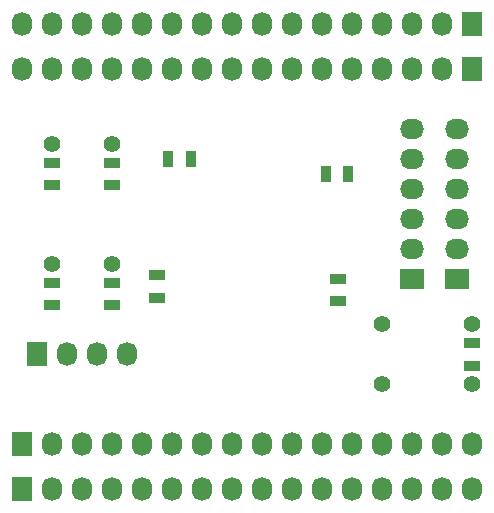
<source format=gbs>
%FSLAX46Y46*%
G04 Gerber Fmt 4.6, Leading zero omitted, Abs format (unit mm)*
G04 Created by KiCad (PCBNEW (20140926 BZR5148)-product) date Sat 01 Nov 2014 11:29:57 PM CDT*
%MOMM*%
G01*
G04 APERTURE LIST*
%ADD10C,0.150000*%
%ADD11R,1.397000X0.889000*%
%ADD12R,0.889000X1.397000*%
%ADD13R,2.032000X1.727200*%
%ADD14O,2.032000X1.727200*%
%ADD15R,1.727200X2.032000*%
%ADD16O,1.727200X2.032000*%
%ADD17C,1.397000*%
%ADD18C,1.422400*%
G04 APERTURE END LIST*
D10*
D11*
X193040000Y-143192500D03*
X193040000Y-141287500D03*
X198120000Y-143192500D03*
X198120000Y-141287500D03*
X193040000Y-153352500D03*
X193040000Y-151447500D03*
X198120000Y-153352500D03*
X198120000Y-151447500D03*
X217246200Y-151142700D03*
X217246200Y-153047700D03*
X228574600Y-156578300D03*
X228574600Y-158483300D03*
D12*
X202882500Y-140970000D03*
X204787500Y-140970000D03*
D11*
X201930000Y-152717500D03*
X201930000Y-150812500D03*
D12*
X216217500Y-142240000D03*
X218122500Y-142240000D03*
D13*
X223520000Y-151130000D03*
D14*
X223520000Y-148590000D03*
X223520000Y-146050000D03*
X223520000Y-143510000D03*
X223520000Y-140970000D03*
X223520000Y-138430000D03*
D13*
X227330000Y-151130000D03*
D14*
X227330000Y-148590000D03*
X227330000Y-146050000D03*
X227330000Y-143510000D03*
X227330000Y-140970000D03*
X227330000Y-138430000D03*
D15*
X191770000Y-157480000D03*
D16*
X194310000Y-157480000D03*
X196850000Y-157480000D03*
X199390000Y-157480000D03*
D15*
X190500000Y-168910000D03*
D16*
X193040000Y-168910000D03*
X195580000Y-168910000D03*
X198120000Y-168910000D03*
X200660000Y-168910000D03*
X203200000Y-168910000D03*
X205740000Y-168910000D03*
X208280000Y-168910000D03*
X210820000Y-168910000D03*
X213360000Y-168910000D03*
X215900000Y-168910000D03*
X218440000Y-168910000D03*
X220980000Y-168910000D03*
X223520000Y-168910000D03*
X226060000Y-168910000D03*
X228600000Y-168910000D03*
D15*
X190500000Y-165100000D03*
D16*
X193040000Y-165100000D03*
X195580000Y-165100000D03*
X198120000Y-165100000D03*
X200660000Y-165100000D03*
X203200000Y-165100000D03*
X205740000Y-165100000D03*
X208280000Y-165100000D03*
X210820000Y-165100000D03*
X213360000Y-165100000D03*
X215900000Y-165100000D03*
X218440000Y-165100000D03*
X220980000Y-165100000D03*
X223520000Y-165100000D03*
X226060000Y-165100000D03*
X228600000Y-165100000D03*
D15*
X228600000Y-133350000D03*
D16*
X226060000Y-133350000D03*
X223520000Y-133350000D03*
X220980000Y-133350000D03*
X218440000Y-133350000D03*
X215900000Y-133350000D03*
X213360000Y-133350000D03*
X210820000Y-133350000D03*
X208280000Y-133350000D03*
X205740000Y-133350000D03*
X203200000Y-133350000D03*
X200660000Y-133350000D03*
X198120000Y-133350000D03*
X195580000Y-133350000D03*
X193040000Y-133350000D03*
X190500000Y-133350000D03*
D15*
X228600000Y-129540000D03*
D16*
X226060000Y-129540000D03*
X223520000Y-129540000D03*
X220980000Y-129540000D03*
X218440000Y-129540000D03*
X215900000Y-129540000D03*
X213360000Y-129540000D03*
X210820000Y-129540000D03*
X208280000Y-129540000D03*
X205740000Y-129540000D03*
X203200000Y-129540000D03*
X200660000Y-129540000D03*
X198120000Y-129540000D03*
X195580000Y-129540000D03*
X193040000Y-129540000D03*
X190500000Y-129540000D03*
D17*
X228600000Y-154940000D03*
X228600000Y-160020000D03*
X220980000Y-154940000D03*
X220980000Y-160020000D03*
D18*
X193040000Y-139700000D03*
X198120000Y-139700000D03*
X193040000Y-149860000D03*
X198120000Y-149860000D03*
M02*

</source>
